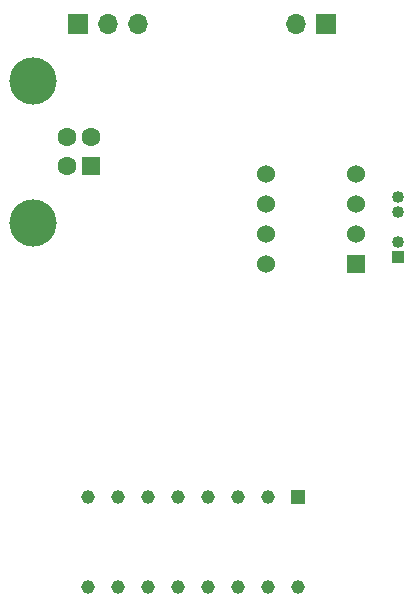
<source format=gbr>
%TF.GenerationSoftware,KiCad,Pcbnew,7.0.7*%
%TF.CreationDate,2023-12-11T18:46:51+01:00*%
%TF.ProjectId,projekt,70726f6a-656b-4742-9e6b-696361645f70,rev?*%
%TF.SameCoordinates,Original*%
%TF.FileFunction,Soldermask,Bot*%
%TF.FilePolarity,Negative*%
%FSLAX46Y46*%
G04 Gerber Fmt 4.6, Leading zero omitted, Abs format (unit mm)*
G04 Created by KiCad (PCBNEW 7.0.7) date 2023-12-11 18:46:51*
%MOMM*%
%LPD*%
G01*
G04 APERTURE LIST*
%ADD10R,1.700000X1.700000*%
%ADD11O,1.700000X1.700000*%
%ADD12R,1.600000X1.600000*%
%ADD13C,1.600000*%
%ADD14C,4.000000*%
%ADD15R,1.016000X1.016000*%
%ADD16C,1.016000*%
%ADD17R,1.158000X1.158000*%
%ADD18C,1.158000*%
%ADD19R,1.524000X1.524000*%
%ADD20C,1.524000*%
G04 APERTURE END LIST*
D10*
%TO.C,J3*%
X80010000Y-29845000D03*
D11*
X77470000Y-29845000D03*
%TD*%
D10*
%TO.C,J2*%
X59055000Y-29845000D03*
D11*
X61595000Y-29845000D03*
X64135000Y-29845000D03*
%TD*%
D12*
%TO.C,J1*%
X60127500Y-41890000D03*
D13*
X60127500Y-39390000D03*
X58127500Y-39390000D03*
X58127500Y-41890000D03*
D14*
X55267500Y-46640000D03*
X55267500Y-34640000D03*
%TD*%
D15*
%TO.C,U3*%
X86110001Y-49530000D03*
D16*
X86110001Y-48260000D03*
X86110001Y-45720000D03*
X86110001Y-44450000D03*
%TD*%
D17*
%TO.C,LED1*%
X77700000Y-69850000D03*
D18*
X75160000Y-69850000D03*
X72620000Y-69850000D03*
X70080000Y-69850000D03*
X67540000Y-69850000D03*
X65000000Y-69850000D03*
X62460000Y-69850000D03*
X59920000Y-69850000D03*
X59920000Y-77470000D03*
X62460000Y-77470000D03*
X65000000Y-77470000D03*
X67540000Y-77470000D03*
X70080000Y-77470000D03*
X72620000Y-77470000D03*
X75160000Y-77470000D03*
X77700000Y-77470000D03*
%TD*%
D19*
%TO.C,U8*%
X82550000Y-50165000D03*
D20*
X82550000Y-47625000D03*
X82550000Y-45085000D03*
X82550000Y-42545000D03*
X74930000Y-42545000D03*
X74930000Y-45085000D03*
X74930000Y-47625000D03*
X74930000Y-50165000D03*
%TD*%
M02*

</source>
